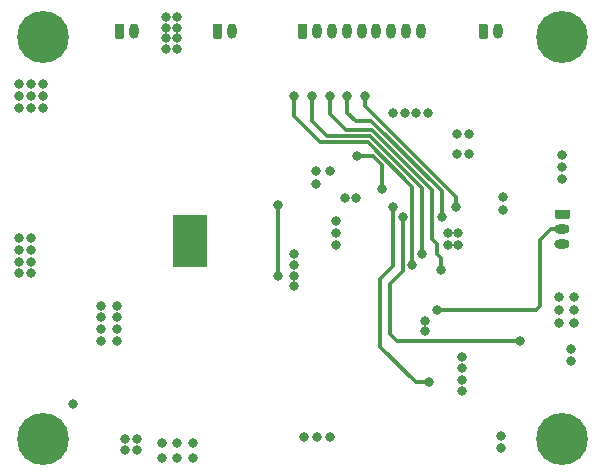
<source format=gbr>
%TF.GenerationSoftware,KiCad,Pcbnew,(5.1.5)-3*%
%TF.CreationDate,2021-03-30T18:15:46+02:00*%
%TF.ProjectId,rpm_meter_arduino,72706d5f-6d65-4746-9572-5f6172647569,rev?*%
%TF.SameCoordinates,Original*%
%TF.FileFunction,Copper,L4,Bot*%
%TF.FilePolarity,Positive*%
%FSLAX46Y46*%
G04 Gerber Fmt 4.6, Leading zero omitted, Abs format (unit mm)*
G04 Created by KiCad (PCBNEW (5.1.5)-3) date 2021-03-30 18:15:46*
%MOMM*%
%LPD*%
G04 APERTURE LIST*
%TA.AperFunction,ComponentPad*%
%ADD10C,0.700000*%
%TD*%
%TA.AperFunction,ComponentPad*%
%ADD11C,4.400000*%
%TD*%
%TA.AperFunction,ComponentPad*%
%ADD12O,0.800000X1.300000*%
%TD*%
%TA.AperFunction,ComponentPad*%
%ADD13C,0.100000*%
%TD*%
%TA.AperFunction,ComponentPad*%
%ADD14O,1.300000X0.800000*%
%TD*%
%TA.AperFunction,Conductor*%
%ADD15R,2.950000X4.500000*%
%TD*%
%TA.AperFunction,ViaPad*%
%ADD16C,0.600000*%
%TD*%
%TA.AperFunction,ViaPad*%
%ADD17C,0.800000*%
%TD*%
%TA.AperFunction,Conductor*%
%ADD18C,0.300000*%
%TD*%
G04 APERTURE END LIST*
D10*
%TO.P,H1,1*%
%TO.N,GND*%
X30166726Y-29833274D03*
X29000000Y-29350000D03*
X27833274Y-29833274D03*
X27350000Y-31000000D03*
X27833274Y-32166726D03*
X29000000Y-32650000D03*
X30166726Y-32166726D03*
X30650000Y-31000000D03*
D11*
X29000000Y-31000000D03*
%TD*%
%TO.P,H2,1*%
%TO.N,GND*%
X29000000Y-65000000D03*
D10*
X30650000Y-65000000D03*
X30166726Y-66166726D03*
X29000000Y-66650000D03*
X27833274Y-66166726D03*
X27350000Y-65000000D03*
X27833274Y-63833274D03*
X29000000Y-63350000D03*
X30166726Y-63833274D03*
%TD*%
%TO.P,H3,1*%
%TO.N,GND*%
X74166726Y-63833274D03*
X73000000Y-63350000D03*
X71833274Y-63833274D03*
X71350000Y-65000000D03*
X71833274Y-66166726D03*
X73000000Y-66650000D03*
X74166726Y-66166726D03*
X74650000Y-65000000D03*
D11*
X73000000Y-65000000D03*
%TD*%
%TO.P,H4,1*%
%TO.N,GND*%
X73000000Y-31000000D03*
D10*
X74650000Y-31000000D03*
X74166726Y-32166726D03*
X73000000Y-32650000D03*
X71833274Y-32166726D03*
X71350000Y-31000000D03*
X71833274Y-29833274D03*
X73000000Y-29350000D03*
X74166726Y-29833274D03*
%TD*%
D12*
%TO.P,J3,2*%
%TO.N,GND*%
X36750000Y-30500000D03*
%TA.AperFunction,ComponentPad*%
D13*
%TO.P,J3,1*%
%TO.N,+12V*%
G36*
X35719603Y-29850963D02*
G01*
X35739018Y-29853843D01*
X35758057Y-29858612D01*
X35776537Y-29865224D01*
X35794279Y-29873616D01*
X35811114Y-29883706D01*
X35826879Y-29895398D01*
X35841421Y-29908579D01*
X35854602Y-29923121D01*
X35866294Y-29938886D01*
X35876384Y-29955721D01*
X35884776Y-29973463D01*
X35891388Y-29991943D01*
X35896157Y-30010982D01*
X35899037Y-30030397D01*
X35900000Y-30050000D01*
X35900000Y-30950000D01*
X35899037Y-30969603D01*
X35896157Y-30989018D01*
X35891388Y-31008057D01*
X35884776Y-31026537D01*
X35876384Y-31044279D01*
X35866294Y-31061114D01*
X35854602Y-31076879D01*
X35841421Y-31091421D01*
X35826879Y-31104602D01*
X35811114Y-31116294D01*
X35794279Y-31126384D01*
X35776537Y-31134776D01*
X35758057Y-31141388D01*
X35739018Y-31146157D01*
X35719603Y-31149037D01*
X35700000Y-31150000D01*
X35300000Y-31150000D01*
X35280397Y-31149037D01*
X35260982Y-31146157D01*
X35241943Y-31141388D01*
X35223463Y-31134776D01*
X35205721Y-31126384D01*
X35188886Y-31116294D01*
X35173121Y-31104602D01*
X35158579Y-31091421D01*
X35145398Y-31076879D01*
X35133706Y-31061114D01*
X35123616Y-31044279D01*
X35115224Y-31026537D01*
X35108612Y-31008057D01*
X35103843Y-30989018D01*
X35100963Y-30969603D01*
X35100000Y-30950000D01*
X35100000Y-30050000D01*
X35100963Y-30030397D01*
X35103843Y-30010982D01*
X35108612Y-29991943D01*
X35115224Y-29973463D01*
X35123616Y-29955721D01*
X35133706Y-29938886D01*
X35145398Y-29923121D01*
X35158579Y-29908579D01*
X35173121Y-29895398D01*
X35188886Y-29883706D01*
X35205721Y-29873616D01*
X35223463Y-29865224D01*
X35241943Y-29858612D01*
X35260982Y-29853843D01*
X35280397Y-29850963D01*
X35300000Y-29850000D01*
X35700000Y-29850000D01*
X35719603Y-29850963D01*
G37*
%TD.AperFunction*%
%TD*%
%TA.AperFunction,ComponentPad*%
%TO.P,J4,1*%
%TO.N,RPM_Sense*%
G36*
X44019603Y-29850963D02*
G01*
X44039018Y-29853843D01*
X44058057Y-29858612D01*
X44076537Y-29865224D01*
X44094279Y-29873616D01*
X44111114Y-29883706D01*
X44126879Y-29895398D01*
X44141421Y-29908579D01*
X44154602Y-29923121D01*
X44166294Y-29938886D01*
X44176384Y-29955721D01*
X44184776Y-29973463D01*
X44191388Y-29991943D01*
X44196157Y-30010982D01*
X44199037Y-30030397D01*
X44200000Y-30050000D01*
X44200000Y-30950000D01*
X44199037Y-30969603D01*
X44196157Y-30989018D01*
X44191388Y-31008057D01*
X44184776Y-31026537D01*
X44176384Y-31044279D01*
X44166294Y-31061114D01*
X44154602Y-31076879D01*
X44141421Y-31091421D01*
X44126879Y-31104602D01*
X44111114Y-31116294D01*
X44094279Y-31126384D01*
X44076537Y-31134776D01*
X44058057Y-31141388D01*
X44039018Y-31146157D01*
X44019603Y-31149037D01*
X44000000Y-31150000D01*
X43600000Y-31150000D01*
X43580397Y-31149037D01*
X43560982Y-31146157D01*
X43541943Y-31141388D01*
X43523463Y-31134776D01*
X43505721Y-31126384D01*
X43488886Y-31116294D01*
X43473121Y-31104602D01*
X43458579Y-31091421D01*
X43445398Y-31076879D01*
X43433706Y-31061114D01*
X43423616Y-31044279D01*
X43415224Y-31026537D01*
X43408612Y-31008057D01*
X43403843Y-30989018D01*
X43400963Y-30969603D01*
X43400000Y-30950000D01*
X43400000Y-30050000D01*
X43400963Y-30030397D01*
X43403843Y-30010982D01*
X43408612Y-29991943D01*
X43415224Y-29973463D01*
X43423616Y-29955721D01*
X43433706Y-29938886D01*
X43445398Y-29923121D01*
X43458579Y-29908579D01*
X43473121Y-29895398D01*
X43488886Y-29883706D01*
X43505721Y-29873616D01*
X43523463Y-29865224D01*
X43541943Y-29858612D01*
X43560982Y-29853843D01*
X43580397Y-29850963D01*
X43600000Y-29850000D01*
X44000000Y-29850000D01*
X44019603Y-29850963D01*
G37*
%TD.AperFunction*%
D12*
%TO.P,J4,2*%
%TO.N,GND*%
X45050000Y-30500000D03*
%TD*%
%TA.AperFunction,ComponentPad*%
D13*
%TO.P,J5,1*%
%TO.N,+5V*%
G36*
X73469603Y-45600963D02*
G01*
X73489018Y-45603843D01*
X73508057Y-45608612D01*
X73526537Y-45615224D01*
X73544279Y-45623616D01*
X73561114Y-45633706D01*
X73576879Y-45645398D01*
X73591421Y-45658579D01*
X73604602Y-45673121D01*
X73616294Y-45688886D01*
X73626384Y-45705721D01*
X73634776Y-45723463D01*
X73641388Y-45741943D01*
X73646157Y-45760982D01*
X73649037Y-45780397D01*
X73650000Y-45800000D01*
X73650000Y-46200000D01*
X73649037Y-46219603D01*
X73646157Y-46239018D01*
X73641388Y-46258057D01*
X73634776Y-46276537D01*
X73626384Y-46294279D01*
X73616294Y-46311114D01*
X73604602Y-46326879D01*
X73591421Y-46341421D01*
X73576879Y-46354602D01*
X73561114Y-46366294D01*
X73544279Y-46376384D01*
X73526537Y-46384776D01*
X73508057Y-46391388D01*
X73489018Y-46396157D01*
X73469603Y-46399037D01*
X73450000Y-46400000D01*
X72550000Y-46400000D01*
X72530397Y-46399037D01*
X72510982Y-46396157D01*
X72491943Y-46391388D01*
X72473463Y-46384776D01*
X72455721Y-46376384D01*
X72438886Y-46366294D01*
X72423121Y-46354602D01*
X72408579Y-46341421D01*
X72395398Y-46326879D01*
X72383706Y-46311114D01*
X72373616Y-46294279D01*
X72365224Y-46276537D01*
X72358612Y-46258057D01*
X72353843Y-46239018D01*
X72350963Y-46219603D01*
X72350000Y-46200000D01*
X72350000Y-45800000D01*
X72350963Y-45780397D01*
X72353843Y-45760982D01*
X72358612Y-45741943D01*
X72365224Y-45723463D01*
X72373616Y-45705721D01*
X72383706Y-45688886D01*
X72395398Y-45673121D01*
X72408579Y-45658579D01*
X72423121Y-45645398D01*
X72438886Y-45633706D01*
X72455721Y-45623616D01*
X72473463Y-45615224D01*
X72491943Y-45608612D01*
X72510982Y-45603843D01*
X72530397Y-45600963D01*
X72550000Y-45600000D01*
X73450000Y-45600000D01*
X73469603Y-45600963D01*
G37*
%TD.AperFunction*%
D14*
%TO.P,J5,2*%
%TO.N,RGB_Data*%
X73000000Y-47250000D03*
%TO.P,J5,3*%
%TO.N,GND*%
X73000000Y-48500000D03*
%TD*%
%TA.AperFunction,ComponentPad*%
D13*
%TO.P,J6,1*%
%TO.N,NTC_A*%
G36*
X66519603Y-29850963D02*
G01*
X66539018Y-29853843D01*
X66558057Y-29858612D01*
X66576537Y-29865224D01*
X66594279Y-29873616D01*
X66611114Y-29883706D01*
X66626879Y-29895398D01*
X66641421Y-29908579D01*
X66654602Y-29923121D01*
X66666294Y-29938886D01*
X66676384Y-29955721D01*
X66684776Y-29973463D01*
X66691388Y-29991943D01*
X66696157Y-30010982D01*
X66699037Y-30030397D01*
X66700000Y-30050000D01*
X66700000Y-30950000D01*
X66699037Y-30969603D01*
X66696157Y-30989018D01*
X66691388Y-31008057D01*
X66684776Y-31026537D01*
X66676384Y-31044279D01*
X66666294Y-31061114D01*
X66654602Y-31076879D01*
X66641421Y-31091421D01*
X66626879Y-31104602D01*
X66611114Y-31116294D01*
X66594279Y-31126384D01*
X66576537Y-31134776D01*
X66558057Y-31141388D01*
X66539018Y-31146157D01*
X66519603Y-31149037D01*
X66500000Y-31150000D01*
X66100000Y-31150000D01*
X66080397Y-31149037D01*
X66060982Y-31146157D01*
X66041943Y-31141388D01*
X66023463Y-31134776D01*
X66005721Y-31126384D01*
X65988886Y-31116294D01*
X65973121Y-31104602D01*
X65958579Y-31091421D01*
X65945398Y-31076879D01*
X65933706Y-31061114D01*
X65923616Y-31044279D01*
X65915224Y-31026537D01*
X65908612Y-31008057D01*
X65903843Y-30989018D01*
X65900963Y-30969603D01*
X65900000Y-30950000D01*
X65900000Y-30050000D01*
X65900963Y-30030397D01*
X65903843Y-30010982D01*
X65908612Y-29991943D01*
X65915224Y-29973463D01*
X65923616Y-29955721D01*
X65933706Y-29938886D01*
X65945398Y-29923121D01*
X65958579Y-29908579D01*
X65973121Y-29895398D01*
X65988886Y-29883706D01*
X66005721Y-29873616D01*
X66023463Y-29865224D01*
X66041943Y-29858612D01*
X66060982Y-29853843D01*
X66080397Y-29850963D01*
X66100000Y-29850000D01*
X66500000Y-29850000D01*
X66519603Y-29850963D01*
G37*
%TD.AperFunction*%
D12*
%TO.P,J6,2*%
%TO.N,GND*%
X67550000Y-30500000D03*
%TD*%
%TA.AperFunction,ComponentPad*%
D13*
%TO.P,J7,1*%
%TO.N,Net-(J7-Pad1)*%
G36*
X51219603Y-29850963D02*
G01*
X51239018Y-29853843D01*
X51258057Y-29858612D01*
X51276537Y-29865224D01*
X51294279Y-29873616D01*
X51311114Y-29883706D01*
X51326879Y-29895398D01*
X51341421Y-29908579D01*
X51354602Y-29923121D01*
X51366294Y-29938886D01*
X51376384Y-29955721D01*
X51384776Y-29973463D01*
X51391388Y-29991943D01*
X51396157Y-30010982D01*
X51399037Y-30030397D01*
X51400000Y-30050000D01*
X51400000Y-30950000D01*
X51399037Y-30969603D01*
X51396157Y-30989018D01*
X51391388Y-31008057D01*
X51384776Y-31026537D01*
X51376384Y-31044279D01*
X51366294Y-31061114D01*
X51354602Y-31076879D01*
X51341421Y-31091421D01*
X51326879Y-31104602D01*
X51311114Y-31116294D01*
X51294279Y-31126384D01*
X51276537Y-31134776D01*
X51258057Y-31141388D01*
X51239018Y-31146157D01*
X51219603Y-31149037D01*
X51200000Y-31150000D01*
X50800000Y-31150000D01*
X50780397Y-31149037D01*
X50760982Y-31146157D01*
X50741943Y-31141388D01*
X50723463Y-31134776D01*
X50705721Y-31126384D01*
X50688886Y-31116294D01*
X50673121Y-31104602D01*
X50658579Y-31091421D01*
X50645398Y-31076879D01*
X50633706Y-31061114D01*
X50623616Y-31044279D01*
X50615224Y-31026537D01*
X50608612Y-31008057D01*
X50603843Y-30989018D01*
X50600963Y-30969603D01*
X50600000Y-30950000D01*
X50600000Y-30050000D01*
X50600963Y-30030397D01*
X50603843Y-30010982D01*
X50608612Y-29991943D01*
X50615224Y-29973463D01*
X50623616Y-29955721D01*
X50633706Y-29938886D01*
X50645398Y-29923121D01*
X50658579Y-29908579D01*
X50673121Y-29895398D01*
X50688886Y-29883706D01*
X50705721Y-29873616D01*
X50723463Y-29865224D01*
X50741943Y-29858612D01*
X50760982Y-29853843D01*
X50780397Y-29850963D01*
X50800000Y-29850000D01*
X51200000Y-29850000D01*
X51219603Y-29850963D01*
G37*
%TD.AperFunction*%
D12*
%TO.P,J7,2*%
%TO.N,Net-(J7-Pad2)*%
X52250000Y-30500000D03*
%TO.P,J7,3*%
%TO.N,Net-(J7-Pad3)*%
X53500000Y-30500000D03*
%TO.P,J7,4*%
%TO.N,Net-(J7-Pad4)*%
X54750000Y-30500000D03*
%TO.P,J7,5*%
%TO.N,Net-(J7-Pad5)*%
X56000000Y-30500000D03*
%TO.P,J7,6*%
%TO.N,Net-(J7-Pad6)*%
X57250000Y-30500000D03*
%TO.P,J7,7*%
%TO.N,Net-(J7-Pad7)*%
X58500000Y-30500000D03*
%TO.P,J7,8*%
%TO.N,Net-(J7-Pad8)*%
X59750000Y-30500000D03*
%TO.P,J7,9*%
%TO.N,GND*%
X61000000Y-30500000D03*
%TD*%
D15*
%TO.N,GND*%
%TO.C,U2*%
X41488000Y-48254000D03*
D16*
X40888000Y-46454000D03*
X40888000Y-47654000D03*
X42088000Y-47654000D03*
X42088000Y-46454000D03*
X40888000Y-50054000D03*
X40888000Y-48954000D03*
X42088000Y-48954000D03*
X42088000Y-50054000D03*
%TD*%
D17*
%TO.N,+5V*%
X63300000Y-47600000D03*
X64200000Y-47600000D03*
X64100000Y-39200000D03*
X65100000Y-39200000D03*
X37000000Y-65000000D03*
X36000000Y-65000000D03*
X36000000Y-66000000D03*
X37000000Y-66000000D03*
X27000000Y-49000000D03*
X28000000Y-49000000D03*
X27000000Y-50000000D03*
X28000000Y-50000000D03*
X27000000Y-51000000D03*
X28000000Y-51000000D03*
X27000000Y-48000000D03*
X28000000Y-48000000D03*
X73700000Y-57400000D03*
X73700000Y-58400000D03*
X64500000Y-61000000D03*
X64500000Y-60000000D03*
X31600000Y-62100000D03*
X63300000Y-48600000D03*
X64200000Y-48600000D03*
X73000000Y-41000000D03*
X73000000Y-42000000D03*
X73000000Y-43000000D03*
%TO.N,RPM*%
X55600000Y-41100000D03*
X57700000Y-43900000D03*
%TO.N,BUTTON_1*%
X58700000Y-45400000D03*
X61700000Y-60200000D03*
%TO.N,BUTTON_2*%
X59500000Y-46200000D03*
X69400000Y-56700000D03*
%TO.N,RGB_Data*%
X62400000Y-54100000D03*
%TO.N,LED0*%
X50300000Y-36000000D03*
X60300000Y-50300000D03*
%TO.N,LED1*%
X51800000Y-36000000D03*
X61100000Y-49400000D03*
%TO.N,LED2*%
X53300000Y-36000000D03*
X62700000Y-50700000D03*
%TO.N,LED3*%
X62800000Y-46200000D03*
X54800000Y-36000000D03*
%TO.N,LED4*%
X64000000Y-45400000D03*
X56300000Y-36000000D03*
%TO.N,GND*%
X39400000Y-29300000D03*
X39400000Y-30200000D03*
X39400000Y-31100000D03*
X40400000Y-29300000D03*
X40400000Y-30200000D03*
X40400000Y-31100000D03*
X39400000Y-32000000D03*
X40400000Y-32000000D03*
X74000000Y-53000000D03*
X72700000Y-53000000D03*
X72700000Y-54100000D03*
X74000000Y-54100000D03*
X74000000Y-55200000D03*
X72700000Y-55200000D03*
X53800000Y-47600000D03*
X53800000Y-46600000D03*
X52100000Y-42300000D03*
X52100000Y-43400000D03*
X53300000Y-42300000D03*
X55500000Y-44600000D03*
X54600000Y-44600000D03*
X58700000Y-37400000D03*
X59700000Y-37400000D03*
X60600000Y-37400000D03*
X61600000Y-37400000D03*
X64100000Y-40900000D03*
X65100000Y-40900000D03*
X27000000Y-37000000D03*
X28000000Y-37000000D03*
X28000000Y-36000000D03*
X27000000Y-36000000D03*
X27000000Y-35000000D03*
X28000000Y-35000000D03*
X29000000Y-35000000D03*
X29000000Y-36000000D03*
X29000000Y-37000000D03*
X61400000Y-55000000D03*
X61400000Y-55900000D03*
X64500000Y-59000000D03*
X64500000Y-58100000D03*
X52200000Y-64900000D03*
X51100000Y-64900000D03*
X53300000Y-64900000D03*
X41700000Y-65400000D03*
X39100000Y-65400000D03*
X40400000Y-65400000D03*
X41700000Y-66600000D03*
X40400000Y-66600000D03*
X39100000Y-66600000D03*
X33900000Y-56700000D03*
X33900000Y-55700000D03*
X33900000Y-54700000D03*
X33900000Y-53800000D03*
X50300000Y-49400000D03*
X50300000Y-50300000D03*
X50300000Y-51200000D03*
X50300000Y-52100000D03*
X67800000Y-65800000D03*
X67800000Y-64800000D03*
X53800000Y-48600000D03*
X68000000Y-44500000D03*
X68000000Y-45600000D03*
X35300000Y-53800000D03*
X35300000Y-54700000D03*
X35300000Y-55700000D03*
X35300000Y-56700000D03*
%TO.N,Net-(C6-Pad1)*%
X48900000Y-51200000D03*
X48900000Y-45200000D03*
%TD*%
D18*
%TO.N,RPM*%
X57700000Y-43900000D02*
X57700000Y-41800000D01*
X57000000Y-41100000D02*
X55600000Y-41100000D01*
X57700000Y-41800000D02*
X57000000Y-41100000D01*
%TO.N,BUTTON_1*%
X57600000Y-51500000D02*
X58700000Y-50400000D01*
X58700000Y-50400000D02*
X58700000Y-45400000D01*
X57600000Y-57200000D02*
X57600000Y-51500000D01*
X61700000Y-60200000D02*
X60600000Y-60200000D01*
X60600000Y-60200000D02*
X57600000Y-57200000D01*
%TO.N,BUTTON_2*%
X59500000Y-46200000D02*
X59500000Y-50800000D01*
X59500000Y-50800000D02*
X58400000Y-51900000D01*
X58400000Y-51900000D02*
X58400000Y-56100000D01*
X58400000Y-56100000D02*
X59000000Y-56700000D01*
X59000000Y-56700000D02*
X69400000Y-56700000D01*
X69400000Y-56700000D02*
X69400000Y-56700000D01*
%TO.N,RGB_Data*%
X71100000Y-48200000D02*
X72050000Y-47250000D01*
X72050000Y-47250000D02*
X73000000Y-47250000D01*
X71100000Y-53800000D02*
X71100000Y-48200000D01*
X70800000Y-54100000D02*
X62400000Y-54100000D01*
X71100000Y-53800000D02*
X70800000Y-54100000D01*
%TO.N,LED0*%
X50300000Y-36000000D02*
X50300000Y-37700000D01*
X50300000Y-37700000D02*
X52500000Y-39900000D01*
X56507120Y-39900000D02*
X60300000Y-43692880D01*
X52500000Y-39900000D02*
X56507120Y-39900000D01*
X60300000Y-43692880D02*
X60300000Y-50300000D01*
X60300000Y-50300000D02*
X60300000Y-50300000D01*
%TO.N,LED1*%
X51800000Y-36000000D02*
X51800000Y-38100000D01*
X56714230Y-39399990D02*
X61100000Y-43785760D01*
X51800000Y-38100000D02*
X53099990Y-39399990D01*
X53099990Y-39399990D02*
X56714230Y-39399990D01*
X61100000Y-43785760D02*
X61100000Y-49400000D01*
%TO.N,LED2*%
X62700000Y-49700000D02*
X62700000Y-50700000D01*
X62400000Y-49400000D02*
X62700000Y-49700000D01*
X53300000Y-37500000D02*
X54699980Y-38899980D01*
X53300000Y-36000000D02*
X53300000Y-37500000D01*
X54699980Y-38899980D02*
X56921340Y-38899980D01*
X56921340Y-38899980D02*
X62000000Y-43978640D01*
X62000000Y-48100000D02*
X62000000Y-43978640D01*
X62400000Y-48500000D02*
X62000000Y-48100000D01*
X62400000Y-49400000D02*
X62400000Y-48500000D01*
%TO.N,LED3*%
X56828480Y-38100000D02*
X55500000Y-38100000D01*
X54800000Y-37400000D02*
X54800000Y-36000000D01*
X62800000Y-46200000D02*
X62800000Y-44071520D01*
X55500000Y-38100000D02*
X54800000Y-37400000D01*
X62800000Y-44071520D02*
X56828480Y-38100000D01*
%TO.N,LED4*%
X64000000Y-45400000D02*
X64000000Y-44564400D01*
X56300000Y-36864400D02*
X56300000Y-36000000D01*
X64000000Y-44564400D02*
X56300000Y-36864400D01*
%TO.N,Net-(C6-Pad1)*%
X48900000Y-45765685D02*
X48900000Y-51200000D01*
X48900000Y-45200000D02*
X48900000Y-45765685D01*
%TD*%
M02*

</source>
